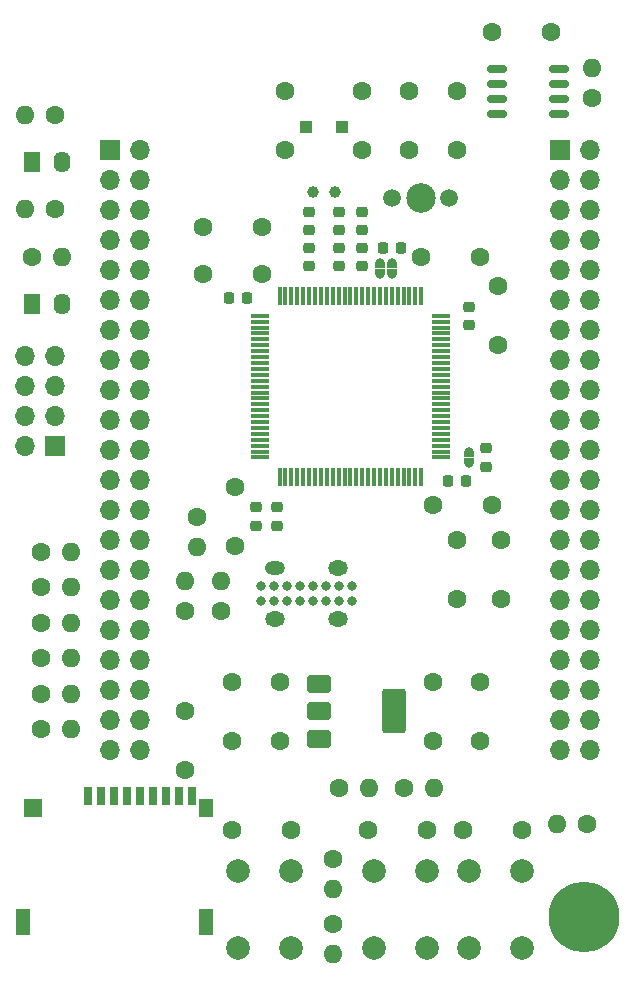
<source format=gbs>
%TF.GenerationSoftware,KiCad,Pcbnew,8.0.6*%
%TF.CreationDate,2024-11-05T16:44:44+08:00*%
%TF.ProjectId,li-chuang-liang-shan-pai-tian-kong-xing-kai-fa-ban,6c692d63-6875-4616-9e67-2d6c69616e67,rev?*%
%TF.SameCoordinates,Original*%
%TF.FileFunction,Soldermask,Bot*%
%TF.FilePolarity,Negative*%
%FSLAX46Y46*%
G04 Gerber Fmt 4.6, Leading zero omitted, Abs format (unit mm)*
G04 Created by KiCad (PCBNEW 8.0.6) date 2024-11-05 16:44:44*
%MOMM*%
%LPD*%
G01*
G04 APERTURE LIST*
G04 Aperture macros list*
%AMRoundRect*
0 Rectangle with rounded corners*
0 $1 Rounding radius*
0 $2 $3 $4 $5 $6 $7 $8 $9 X,Y pos of 4 corners*
0 Add a 4 corners polygon primitive as box body*
4,1,4,$2,$3,$4,$5,$6,$7,$8,$9,$2,$3,0*
0 Add four circle primitives for the rounded corners*
1,1,$1+$1,$2,$3*
1,1,$1+$1,$4,$5*
1,1,$1+$1,$6,$7*
1,1,$1+$1,$8,$9*
0 Add four rect primitives between the rounded corners*
20,1,$1+$1,$2,$3,$4,$5,0*
20,1,$1+$1,$4,$5,$6,$7,0*
20,1,$1+$1,$6,$7,$8,$9,0*
20,1,$1+$1,$8,$9,$2,$3,0*%
%AMFreePoly0*
4,1,15,-0.400000,0.000000,-0.380423,0.123607,-0.323607,0.235114,-0.235114,0.323607,-0.123607,0.380423,0.000000,0.400000,0.400000,0.400000,0.400000,-0.400000,0.000000,-0.400000,-0.123607,-0.380423,-0.235114,-0.323607,-0.323607,-0.235114,-0.380423,-0.123607,-0.400000,0.000000,-0.400000,0.000000,-0.400000,0.000000,$1*%
%AMFreePoly1*
4,1,14,-0.400000,0.400000,0.000000,0.400000,0.123607,0.380423,0.235114,0.323607,0.323607,0.235114,0.380423,0.123607,0.400000,0.000000,0.380423,-0.123607,0.323607,-0.235114,0.235114,-0.323607,0.123607,-0.380423,0.000000,-0.400000,-0.400000,-0.400000,-0.400000,0.400000,-0.400000,0.400000,$1*%
G04 Aperture macros list end*
%ADD10C,1.600000*%
%ADD11O,1.600000X1.600000*%
%ADD12C,2.000000*%
%ADD13R,1.700000X1.700000*%
%ADD14O,1.700000X1.700000*%
%ADD15R,1.400000X1.800000*%
%ADD16O,1.400000X1.800000*%
%ADD17C,0.800000*%
%ADD18O,1.700000X1.200000*%
%ADD19O,1.700000X1.300000*%
%ADD20C,1.000000*%
%ADD21R,1.000000X1.000000*%
%ADD22C,1.500000*%
%ADD23C,2.500000*%
%ADD24C,6.000000*%
%ADD25RoundRect,0.225000X-0.250000X0.225000X-0.250000X-0.225000X0.250000X-0.225000X0.250000X0.225000X0*%
%ADD26RoundRect,0.225000X0.250000X-0.225000X0.250000X0.225000X-0.250000X0.225000X-0.250000X-0.225000X0*%
%ADD27RoundRect,0.075000X-0.075000X0.725000X-0.075000X-0.725000X0.075000X-0.725000X0.075000X0.725000X0*%
%ADD28RoundRect,0.075000X-0.725000X0.075000X-0.725000X-0.075000X0.725000X-0.075000X0.725000X0.075000X0*%
%ADD29RoundRect,0.225000X-0.225000X-0.250000X0.225000X-0.250000X0.225000X0.250000X-0.225000X0.250000X0*%
%ADD30R,0.700000X1.600000*%
%ADD31R,1.200000X2.200000*%
%ADD32R,1.200000X1.500000*%
%ADD33R,1.600000X1.500000*%
%ADD34FreePoly0,90.000000*%
%ADD35FreePoly1,90.000000*%
%ADD36FreePoly0,270.000000*%
%ADD37FreePoly1,270.000000*%
%ADD38RoundRect,0.250000X-0.750000X-0.500000X0.750000X-0.500000X0.750000X0.500000X-0.750000X0.500000X0*%
%ADD39RoundRect,0.250000X-0.750000X-1.650000X0.750000X-1.650000X0.750000X1.650000X-0.750000X1.650000X0*%
%ADD40RoundRect,0.150000X0.675000X0.150000X-0.675000X0.150000X-0.675000X-0.150000X0.675000X-0.150000X0*%
%ADD41RoundRect,0.225000X0.225000X0.250000X-0.225000X0.250000X-0.225000X-0.250000X0.225000X-0.250000X0*%
G04 APERTURE END LIST*
D10*
%TO.C,R7*%
X75000000Y-77000000D03*
D11*
X72460000Y-77000000D03*
%TD*%
D12*
%TO.C,SW2*%
X106500000Y-141000000D03*
X106500000Y-147500000D03*
X102000000Y-141000000D03*
X102000000Y-147500000D03*
%TD*%
D10*
%TO.C,R1*%
X73000000Y-89000000D03*
D11*
X75540000Y-89000000D03*
%TD*%
D13*
%TO.C,J2*%
X75000000Y-105000000D03*
D14*
X72460000Y-105000000D03*
X75000000Y-102460000D03*
X72460000Y-102460000D03*
X75000000Y-99920000D03*
X72460000Y-99920000D03*
X75000000Y-97380000D03*
X72460000Y-97380000D03*
%TD*%
D10*
%TO.C,R18*%
X73760000Y-123000000D03*
D11*
X76300000Y-123000000D03*
%TD*%
D10*
%TO.C,R12*%
X120430000Y-75535000D03*
D11*
X120430000Y-72995000D03*
%TD*%
D15*
%TO.C,LED1*%
X73000000Y-93000000D03*
D16*
X75540000Y-93000000D03*
%TD*%
D10*
%TO.C,C1*%
X90000000Y-125000000D03*
X90000000Y-130000000D03*
%TD*%
%TO.C,R6*%
X75000000Y-85000000D03*
D11*
X72460000Y-85000000D03*
%TD*%
D10*
%TO.C,C2*%
X94000000Y-125000000D03*
X94000000Y-130000000D03*
%TD*%
D13*
%TO.C,J5*%
X117780000Y-80000000D03*
D14*
X120320000Y-80000000D03*
X117780000Y-82540000D03*
X120320000Y-82540000D03*
X117780000Y-85080000D03*
X120320000Y-85080000D03*
X117780000Y-87620000D03*
X120320000Y-87620000D03*
X117780000Y-90160000D03*
X120320000Y-90160000D03*
X117780000Y-92700000D03*
X120320000Y-92700000D03*
X117780000Y-95240000D03*
X120320000Y-95240000D03*
X117780000Y-97780000D03*
X120320000Y-97780000D03*
X117780000Y-100320000D03*
X120320000Y-100320000D03*
X117780000Y-102860000D03*
X120320000Y-102860000D03*
X117780000Y-105400000D03*
X120320000Y-105400000D03*
X117780000Y-107940000D03*
X120320000Y-107940000D03*
X117780000Y-110480000D03*
X120320000Y-110480000D03*
X117780000Y-113020000D03*
X120320000Y-113020000D03*
X117780000Y-115560000D03*
X120320000Y-115560000D03*
X117780000Y-118100000D03*
X120320000Y-118100000D03*
X117780000Y-120640000D03*
X120320000Y-120640000D03*
X117780000Y-123180000D03*
X120320000Y-123180000D03*
X117780000Y-125720000D03*
X120320000Y-125720000D03*
X117780000Y-128260000D03*
X120320000Y-128260000D03*
X117780000Y-130800000D03*
X120320000Y-130800000D03*
%TD*%
D10*
%TO.C,C18*%
X101000000Y-80000000D03*
X101000000Y-75000000D03*
%TD*%
%TO.C,C19*%
X112000000Y-70000000D03*
X117000000Y-70000000D03*
%TD*%
%TO.C,R4*%
X87000000Y-111000000D03*
D11*
X87000000Y-113540000D03*
%TD*%
D10*
%TO.C,C9*%
X112500000Y-96500000D03*
X112500000Y-91500000D03*
%TD*%
%TO.C,C8*%
X107000000Y-110000000D03*
X112000000Y-110000000D03*
%TD*%
D17*
%TO.C,J1*%
X92400000Y-116875000D03*
X93500000Y-116875000D03*
X94600000Y-116875000D03*
X95700000Y-116875000D03*
X96800000Y-116875000D03*
X97900000Y-116875000D03*
X99000000Y-116875000D03*
X100100000Y-116875000D03*
X100100000Y-118125000D03*
X99000000Y-118125000D03*
X97900000Y-118125000D03*
X96800000Y-118125000D03*
X95700000Y-118125000D03*
X94600000Y-118125000D03*
X93500000Y-118125000D03*
X92400000Y-118125000D03*
D18*
X93580000Y-115350000D03*
D19*
X93580000Y-119650000D03*
X98920000Y-115350000D03*
X98920000Y-119650000D03*
%TD*%
D10*
%TO.C,C6*%
X92500000Y-90500000D03*
X87500000Y-90500000D03*
%TD*%
%TO.C,R9*%
X99000000Y-134000000D03*
D11*
X101540000Y-134000000D03*
%TD*%
D10*
%TO.C,C4*%
X111000000Y-125000000D03*
X111000000Y-130000000D03*
%TD*%
%TO.C,C10*%
X111000000Y-89000000D03*
X106000000Y-89000000D03*
%TD*%
%TO.C,C20*%
X86000000Y-127500000D03*
X86000000Y-132500000D03*
%TD*%
%TO.C,R11*%
X104500000Y-134000000D03*
D11*
X107040000Y-134000000D03*
%TD*%
D10*
%TO.C,C7*%
X90250000Y-108500000D03*
X90250000Y-113500000D03*
%TD*%
D20*
%TO.C,X2*%
X98700000Y-83500000D03*
X96800000Y-83500000D03*
D21*
X99250000Y-78000000D03*
X96250000Y-78000000D03*
%TD*%
D10*
%TO.C,R17*%
X73760000Y-120000000D03*
D11*
X76300000Y-120000000D03*
%TD*%
D10*
%TO.C,C5*%
X92500000Y-86500000D03*
X87500000Y-86500000D03*
%TD*%
D12*
%TO.C,SW3*%
X110000000Y-147500000D03*
X110000000Y-141000000D03*
X114500000Y-147500000D03*
X114500000Y-141000000D03*
%TD*%
D10*
%TO.C,R13*%
X73760000Y-114000000D03*
D11*
X76300000Y-114000000D03*
%TD*%
D10*
%TO.C,C14*%
X114500000Y-137500000D03*
X109500000Y-137500000D03*
%TD*%
D13*
%TO.C,J4*%
X79680000Y-80000000D03*
D14*
X82220000Y-80000000D03*
X79680000Y-82540000D03*
X82220000Y-82540000D03*
X79680000Y-85080000D03*
X82220000Y-85080000D03*
X79680000Y-87620000D03*
X82220000Y-87620000D03*
X79680000Y-90160000D03*
X82220000Y-90160000D03*
X79680000Y-92700000D03*
X82220000Y-92700000D03*
X79680000Y-95240000D03*
X82220000Y-95240000D03*
X79680000Y-97780000D03*
X82220000Y-97780000D03*
X79680000Y-100320000D03*
X82220000Y-100320000D03*
X79680000Y-102860000D03*
X82220000Y-102860000D03*
X79680000Y-105400000D03*
X82220000Y-105400000D03*
X79680000Y-107940000D03*
X82220000Y-107940000D03*
X79680000Y-110480000D03*
X82220000Y-110480000D03*
X79680000Y-113020000D03*
X82220000Y-113020000D03*
X79680000Y-115560000D03*
X82220000Y-115560000D03*
X79680000Y-118100000D03*
X82220000Y-118100000D03*
X79680000Y-120640000D03*
X82220000Y-120640000D03*
X79680000Y-123180000D03*
X82220000Y-123180000D03*
X79680000Y-125720000D03*
X82220000Y-125720000D03*
X79680000Y-128260000D03*
X82220000Y-128260000D03*
X79680000Y-130800000D03*
X82220000Y-130800000D03*
%TD*%
D22*
%TO.C,X1*%
X103500000Y-84000000D03*
D23*
X105940000Y-84000000D03*
D22*
X108380000Y-84000000D03*
%TD*%
D10*
%TO.C,C12*%
X90000000Y-137500000D03*
X95000000Y-137500000D03*
%TD*%
%TO.C,C13*%
X101500000Y-137500000D03*
X106500000Y-137500000D03*
%TD*%
%TO.C,R15*%
X73760000Y-129000000D03*
D11*
X76300000Y-129000000D03*
%TD*%
D12*
%TO.C,SW1*%
X95000000Y-141000000D03*
X95000000Y-147500000D03*
X90500000Y-141000000D03*
X90500000Y-147500000D03*
%TD*%
D10*
%TO.C,R8*%
X98500000Y-140000000D03*
D11*
X98500000Y-142540000D03*
%TD*%
D10*
%TO.C,R16*%
X73760000Y-117000000D03*
D11*
X76300000Y-117000000D03*
%TD*%
D10*
%TO.C,C17*%
X94500000Y-80000000D03*
X94500000Y-75000000D03*
%TD*%
%TO.C,C16*%
X109000000Y-80000000D03*
X109000000Y-75000000D03*
%TD*%
%TO.C,C22*%
X112750000Y-113000000D03*
X112750000Y-118000000D03*
%TD*%
%TO.C,R3*%
X89000000Y-119000000D03*
D11*
X89000000Y-116460000D03*
%TD*%
D10*
%TO.C,C15*%
X105000000Y-80000000D03*
X105000000Y-75000000D03*
%TD*%
D15*
%TO.C,LED2*%
X73000000Y-81000000D03*
D16*
X75540000Y-81000000D03*
%TD*%
D10*
%TO.C,R10*%
X98500000Y-145500000D03*
D11*
X98500000Y-148040000D03*
%TD*%
D10*
%TO.C,C3*%
X107000000Y-125000000D03*
X107000000Y-130000000D03*
%TD*%
D24*
%TO.C,H1*%
X119760000Y-144910000D03*
%TD*%
D10*
%TO.C,R2*%
X86000000Y-119000000D03*
D11*
X86000000Y-116460000D03*
%TD*%
D10*
%TO.C,R14*%
X73760000Y-125995200D03*
D11*
X76300000Y-125995200D03*
%TD*%
D10*
%TO.C,C24*%
X109000000Y-113000000D03*
X109000000Y-118000000D03*
%TD*%
%TO.C,R5*%
X120000000Y-137000000D03*
D11*
X117460000Y-137000000D03*
%TD*%
D25*
%TO.C,C35*%
X96500000Y-85225000D03*
X96500000Y-86775000D03*
%TD*%
D26*
%TO.C,C26*%
X96500000Y-89775000D03*
X96500000Y-88225000D03*
%TD*%
D27*
%TO.C,U3*%
X94000000Y-92325000D03*
X94500000Y-92325000D03*
X95000000Y-92325000D03*
X95500000Y-92325000D03*
X96000000Y-92325000D03*
X96500000Y-92325000D03*
X97000000Y-92325000D03*
X97500000Y-92325000D03*
X98000000Y-92325000D03*
X98500000Y-92325000D03*
X99000000Y-92325000D03*
X99500000Y-92325000D03*
X100000000Y-92325000D03*
X100500000Y-92325000D03*
X101000000Y-92325000D03*
X101500000Y-92325000D03*
X102000000Y-92325000D03*
X102500000Y-92325000D03*
X103000000Y-92325000D03*
X103500000Y-92325000D03*
X104000000Y-92325000D03*
X104500000Y-92325000D03*
X105000000Y-92325000D03*
X105500000Y-92325000D03*
X106000000Y-92325000D03*
D28*
X107675000Y-94000000D03*
X107675000Y-94500000D03*
X107675000Y-95000000D03*
X107675000Y-95500000D03*
X107675000Y-96000000D03*
X107675000Y-96500000D03*
X107675000Y-97000000D03*
X107675000Y-97500000D03*
X107675000Y-98000000D03*
X107675000Y-98500000D03*
X107675000Y-99000000D03*
X107675000Y-99500000D03*
X107675000Y-100000000D03*
X107675000Y-100500000D03*
X107675000Y-101000000D03*
X107675000Y-101500000D03*
X107675000Y-102000000D03*
X107675000Y-102500000D03*
X107675000Y-103000000D03*
X107675000Y-103500000D03*
X107675000Y-104000000D03*
X107675000Y-104500000D03*
X107675000Y-105000000D03*
X107675000Y-105500000D03*
X107675000Y-106000000D03*
D27*
X106000000Y-107675000D03*
X105500000Y-107675000D03*
X105000000Y-107675000D03*
X104500000Y-107675000D03*
X104000000Y-107675000D03*
X103500000Y-107675000D03*
X103000000Y-107675000D03*
X102500000Y-107675000D03*
X102000000Y-107675000D03*
X101500000Y-107675000D03*
X101000000Y-107675000D03*
X100500000Y-107675000D03*
X100000000Y-107675000D03*
X99500000Y-107675000D03*
X99000000Y-107675000D03*
X98500000Y-107675000D03*
X98000000Y-107675000D03*
X97500000Y-107675000D03*
X97000000Y-107675000D03*
X96500000Y-107675000D03*
X96000000Y-107675000D03*
X95500000Y-107675000D03*
X95000000Y-107675000D03*
X94500000Y-107675000D03*
X94000000Y-107675000D03*
D28*
X92325000Y-106000000D03*
X92325000Y-105500000D03*
X92325000Y-105000000D03*
X92325000Y-104500000D03*
X92325000Y-104000000D03*
X92325000Y-103500000D03*
X92325000Y-103000000D03*
X92325000Y-102500000D03*
X92325000Y-102000000D03*
X92325000Y-101500000D03*
X92325000Y-101000000D03*
X92325000Y-100500000D03*
X92325000Y-100000000D03*
X92325000Y-99500000D03*
X92325000Y-99000000D03*
X92325000Y-98500000D03*
X92325000Y-98000000D03*
X92325000Y-97500000D03*
X92325000Y-97000000D03*
X92325000Y-96500000D03*
X92325000Y-96000000D03*
X92325000Y-95500000D03*
X92325000Y-95000000D03*
X92325000Y-94500000D03*
X92325000Y-94000000D03*
%TD*%
D26*
%TO.C,C33*%
X101000000Y-86775000D03*
X101000000Y-85225000D03*
%TD*%
D29*
%TO.C,C27*%
X108225000Y-108000000D03*
X109775000Y-108000000D03*
%TD*%
D30*
%TO.C,J3*%
X77750000Y-134700000D03*
X78850000Y-134700000D03*
X79950000Y-134700000D03*
X81050000Y-134700000D03*
X82150000Y-134700000D03*
X83250000Y-134700000D03*
X84350000Y-134700000D03*
X85450000Y-134700000D03*
X86550000Y-134700000D03*
D31*
X87750000Y-145300000D03*
D32*
X87750000Y-135700000D03*
D33*
X73150000Y-135700000D03*
D31*
X72250000Y-145300000D03*
%TD*%
D34*
%TO.C,NT2*%
X103500000Y-90500000D03*
D35*
X103500000Y-89500000D03*
%TD*%
D25*
%TO.C,C25*%
X93750000Y-110225000D03*
X93750000Y-111775000D03*
%TD*%
%TO.C,C34*%
X101000000Y-88225000D03*
X101000000Y-89775000D03*
%TD*%
%TO.C,C30*%
X92000000Y-110225000D03*
X92000000Y-111775000D03*
%TD*%
D36*
%TO.C,NT1*%
X102500000Y-89500000D03*
D37*
X102500000Y-90500000D03*
%TD*%
D38*
%TO.C,U1*%
X97350000Y-129800000D03*
X97350000Y-127500000D03*
D39*
X103650000Y-127500000D03*
D38*
X97350000Y-125200000D03*
%TD*%
D36*
%TO.C,NT3*%
X110000000Y-105500000D03*
D37*
X110000000Y-106500000D03*
%TD*%
D29*
%TO.C,C31*%
X102725000Y-88250000D03*
X104275000Y-88250000D03*
%TD*%
D25*
%TO.C,C23*%
X111500000Y-105225000D03*
X111500000Y-106775000D03*
%TD*%
D26*
%TO.C,C28*%
X99000000Y-89775000D03*
X99000000Y-88225000D03*
%TD*%
D40*
%TO.C,U2*%
X117625000Y-73095000D03*
X117625000Y-74365000D03*
X117625000Y-75635000D03*
X117625000Y-76905000D03*
X112375000Y-76905000D03*
X112375000Y-75635000D03*
X112375000Y-74365000D03*
X112375000Y-73095000D03*
%TD*%
D41*
%TO.C,C29*%
X91275000Y-92500000D03*
X89725000Y-92500000D03*
%TD*%
D26*
%TO.C,C32*%
X110000000Y-94775000D03*
X110000000Y-93225000D03*
%TD*%
D25*
%TO.C,C36*%
X99000000Y-85225000D03*
X99000000Y-86775000D03*
%TD*%
M02*

</source>
